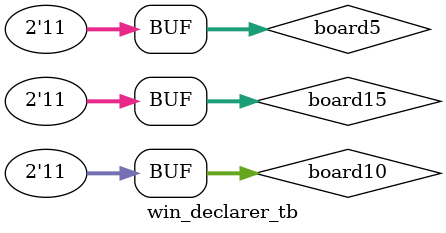
<source format=sv>
/**
 * @ Author: PaysonS
 * @ Github: https://github.com/PaysonS
 * @ Create Time: 2023-12-02 12:59:56
 * @ Modified by: PaysonS
 * @ Modified time: 2024-06-23 18:21:10
 * @ Description: Test bench for win condition checker
 */
module win_declarer_tb; 

  reg [1:0] board1, board2, board3, board4, board5, board6, board7, board8, board9, board10;
  reg [1:0]
      board11, board12, board13, board14, board15, board16, board17, board18, board19, board20;
  reg [1:0] board21, board22, board23, board24, board25;

  logic playerwin, player2win;

  win_declarer dut (
      .board1(board1),
      .board2(board2),
      .board3(board3),
      .board4(board4),
      .board5(board5),
      .board6(board6),
      .board7(board7),
      .board8(board8),
      .board9(board9),
      .board10(board10),
      .board11(board11),
      .board12(board12),
      .board13(board13),
      .board14(board14),
      .board15(board15),
      .board16(board16),
      .board17(board17),
      .board18(board18),
      .board19(board19),
      .board20(board20),
      .board21(board21),
      .board22(board22),
      .board23(board23),
      .board24(board24),
      .board25(board25),
      .playerwin(playerwin),
      .player2win(player2win)
  );

  initial begin

    board5 = 2'd3;  //change to decimal 2 for player 2 to win// decimal 3 for player 1 to win
    #10;
    board10 = 2'd3;
    #20;
    board15 = 2'd3;
    // board2  = 2'b00;  //other board spots
    // board1  = 2'b00;

  end

  initial begin
    $monitor("playerwin=%b, player2win=%b", playerwin,
             player2win);  //prints in terminal who won for simplicity 
  end

endmodule
</source>
